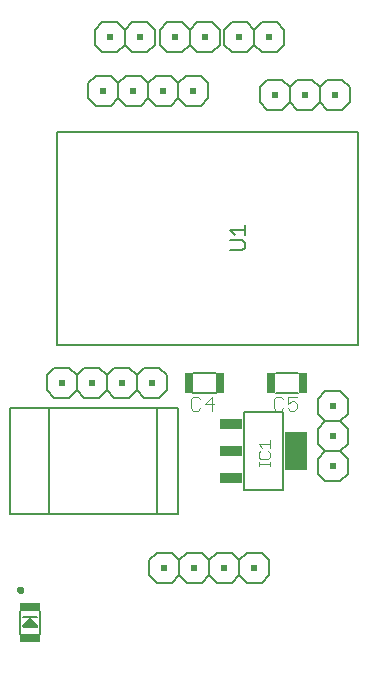
<source format=gbr>
G04 EAGLE Gerber RS-274X export*
G75*
%MOMM*%
%FSLAX34Y34*%
%LPD*%
%INSilkscreen Top*%
%IPPOS*%
%AMOC8*
5,1,8,0,0,1.08239X$1,22.5*%
G01*
%ADD10R,0.118400X0.118381*%
%ADD11R,0.236800X0.118375*%
%ADD12R,0.236800X0.118381*%
%ADD13R,0.947100X0.118381*%
%ADD14R,0.828700X0.118375*%
%ADD15R,0.355200X0.118381*%
%ADD16R,0.591900X0.118375*%
%ADD17R,0.236700X0.118381*%
%ADD18R,0.236700X0.118375*%
%ADD19R,0.118400X0.118375*%
%ADD20R,0.710300X0.118375*%
%ADD21R,0.473600X0.118381*%
%ADD22R,0.355100X0.118375*%
%ADD23R,0.355100X0.118381*%
%ADD24R,0.947100X0.118375*%
%ADD25R,0.355200X0.118375*%
%ADD26R,0.710300X0.118381*%
%ADD27R,0.947000X0.118375*%
%ADD28R,1.302200X0.118375*%
%ADD29R,1.183800X0.118381*%
%ADD30R,0.591800X0.118375*%
%ADD31R,0.591800X0.118381*%
%ADD32R,0.828700X0.118381*%
%ADD33R,0.591900X0.118381*%
%ADD34R,0.473500X0.118381*%
%ADD35R,1.302200X0.118381*%
%ADD36R,1.065400X0.118381*%
%ADD37R,0.473500X0.118375*%
%ADD38R,0.710200X0.118375*%
%ADD39R,0.828600X0.118375*%
%ADD40R,0.828600X0.118381*%
%ADD41R,1.183900X0.118375*%
%ADD42R,1.183800X0.118375*%
%ADD43R,1.065400X0.118375*%
%ADD44R,0.592000X0.118381*%
%ADD45R,1.065500X0.118375*%
%ADD46R,1.065500X0.118381*%
%ADD47R,0.118300X0.118381*%
%ADD48R,0.118300X0.118375*%
%ADD49R,0.710200X0.118381*%
%ADD50R,2.722800X0.118381*%
%ADD51R,2.959500X0.118375*%
%ADD52R,2.959500X0.118381*%
%ADD53R,1.420600X0.118375*%
%ADD54R,0.473600X0.118375*%
%ADD55R,0.947000X0.118381*%
%ADD56C,0.127000*%
%ADD57C,0.177800*%
%ADD58C,0.203200*%
%ADD59R,1.854200X3.200400*%
%ADD60R,1.854200X0.863600*%
%ADD61C,0.076200*%
%ADD62C,0.152400*%
%ADD63R,0.736600X1.752600*%
%ADD64C,0.101600*%
%ADD65R,1.752600X0.736600*%
%ADD66C,0.304800*%
%ADD67R,0.508000X0.508000*%

G36*
X191064Y395377D02*
X191064Y395377D01*
X191129Y395379D01*
X191173Y395397D01*
X191221Y395405D01*
X191277Y395438D01*
X191337Y395463D01*
X191373Y395495D01*
X191414Y395520D01*
X191455Y395570D01*
X191503Y395614D01*
X191525Y395656D01*
X191555Y395694D01*
X191576Y395755D01*
X191606Y395813D01*
X191612Y395861D01*
X191627Y395906D01*
X191625Y395971D01*
X191633Y396036D01*
X191622Y396083D01*
X191621Y396131D01*
X191596Y396191D01*
X191581Y396254D01*
X191551Y396302D01*
X191536Y396338D01*
X191510Y396367D01*
X191482Y396413D01*
X185482Y403413D01*
X185480Y403414D01*
X185479Y403415D01*
X185424Y403460D01*
X185405Y403481D01*
X185387Y403490D01*
X185308Y403555D01*
X185306Y403555D01*
X185305Y403556D01*
X185197Y403592D01*
X185095Y403627D01*
X185094Y403627D01*
X185092Y403628D01*
X184981Y403624D01*
X184871Y403621D01*
X184870Y403620D01*
X184868Y403620D01*
X184766Y403579D01*
X184663Y403537D01*
X184662Y403536D01*
X184660Y403536D01*
X184578Y403464D01*
X184566Y403457D01*
X184557Y403446D01*
X184518Y403413D01*
X178518Y396413D01*
X178486Y396357D01*
X178445Y396306D01*
X178429Y396261D01*
X178405Y396219D01*
X178394Y396155D01*
X178373Y396094D01*
X178374Y396046D01*
X178366Y395998D01*
X178377Y395934D01*
X178379Y395869D01*
X178397Y395825D01*
X178406Y395778D01*
X178439Y395722D01*
X178464Y395662D01*
X178496Y395626D01*
X178521Y395585D01*
X178571Y395544D01*
X178615Y395496D01*
X178658Y395474D01*
X178695Y395444D01*
X178757Y395423D01*
X178815Y395393D01*
X178870Y395385D01*
X178908Y395372D01*
X178947Y395374D01*
X179000Y395366D01*
X191000Y395366D01*
X191064Y395377D01*
G37*
D10*
X205857Y364486D03*
D11*
X205265Y365670D03*
D12*
X205265Y366853D03*
D10*
X205857Y368037D03*
D11*
X205265Y369221D03*
D13*
X201713Y370405D03*
D14*
X201121Y371589D03*
D15*
X203489Y373956D03*
D16*
X203489Y375140D03*
D17*
X201713Y376324D03*
D10*
X205857Y376324D03*
D11*
X198162Y377508D03*
D18*
X201713Y377508D03*
D19*
X205857Y377508D03*
D12*
X198162Y378691D03*
D17*
X201713Y378691D03*
D10*
X205857Y378691D03*
D12*
X198162Y379875D03*
D17*
X201713Y379875D03*
D12*
X205265Y379875D03*
D11*
X198162Y381059D03*
D19*
X205857Y381059D03*
D13*
X201713Y382243D03*
D20*
X201713Y383427D03*
D11*
X205265Y386978D03*
D21*
X204081Y388162D03*
D22*
X202305Y389346D03*
D23*
X201121Y390529D03*
D12*
X199346Y391713D03*
D24*
X201713Y392897D03*
D13*
X201713Y394081D03*
D25*
X203489Y395265D03*
D12*
X202897Y396448D03*
D23*
X201121Y397632D03*
D22*
X199937Y398816D03*
D13*
X201713Y400000D03*
D24*
X201713Y401184D03*
D20*
X201713Y404735D03*
D13*
X201713Y405919D03*
D11*
X198162Y407103D03*
X205265Y407103D03*
D12*
X198162Y408286D03*
D10*
X205857Y408286D03*
D12*
X198162Y409470D03*
X205265Y409470D03*
D11*
X198162Y410654D03*
D19*
X205857Y410654D03*
D12*
X198162Y411838D03*
X205265Y411838D03*
D24*
X201713Y413022D03*
D26*
X201713Y414205D03*
X205264Y417757D03*
D27*
X205265Y418941D03*
D17*
X201713Y420124D03*
X208816Y420124D03*
X201713Y421308D03*
X208816Y421308D03*
D18*
X201713Y422492D03*
X208816Y422492D03*
D17*
X201713Y423676D03*
X208816Y423676D03*
D18*
X201713Y424860D03*
X208816Y424860D03*
D17*
X201713Y426043D03*
X208816Y426043D03*
X208816Y427227D03*
D28*
X203489Y428411D03*
D29*
X202897Y429595D03*
D12*
X259720Y433146D03*
D10*
X267414Y433146D03*
D22*
X260311Y434330D03*
D18*
X266822Y434330D03*
D23*
X261495Y435514D03*
X266230Y435514D03*
D30*
X263863Y436698D03*
D15*
X263863Y437881D03*
D31*
X263863Y439065D03*
D22*
X261495Y440249D03*
X266230Y440249D03*
D23*
X260311Y441433D03*
D17*
X266822Y441433D03*
D19*
X259128Y442617D03*
X267414Y442617D03*
X259128Y446168D03*
D20*
X268006Y446168D03*
D12*
X259720Y447352D03*
D32*
X267414Y447352D03*
D22*
X260311Y448536D03*
D11*
X264455Y448536D03*
X270374Y448536D03*
D33*
X262679Y449719D03*
D12*
X270374Y449719D03*
D34*
X263271Y450903D03*
D12*
X270374Y450903D03*
D25*
X263863Y452087D03*
D11*
X270374Y452087D03*
D12*
X264455Y453271D03*
X270374Y453271D03*
D11*
X264455Y454455D03*
X270374Y454455D03*
D12*
X270374Y455638D03*
D35*
X265047Y456822D03*
D28*
X265047Y458006D03*
D11*
X304704Y463925D03*
D19*
X312399Y463925D03*
D14*
X336074Y463925D03*
D15*
X305296Y465109D03*
D12*
X311807Y465109D03*
D36*
X336075Y465109D03*
D17*
X367445Y465109D03*
D25*
X306480Y466293D03*
X311215Y466293D03*
D22*
X331339Y466293D03*
D11*
X341402Y466293D03*
D37*
X366261Y466293D03*
D33*
X308847Y467476D03*
D17*
X330747Y467476D03*
D12*
X341402Y467476D03*
D31*
X364486Y467476D03*
D23*
X308847Y468660D03*
D17*
X330747Y468660D03*
D12*
X341402Y468660D03*
D33*
X362118Y468660D03*
D16*
X308847Y469844D03*
D18*
X330747Y469844D03*
D11*
X341402Y469844D03*
D16*
X359750Y469844D03*
D15*
X306480Y471028D03*
X311215Y471028D03*
D17*
X330747Y471028D03*
D12*
X341402Y471028D03*
D34*
X357975Y471028D03*
D25*
X305296Y472212D03*
D11*
X311807Y472212D03*
D18*
X330747Y472212D03*
D11*
X341402Y472212D03*
D37*
X357975Y472212D03*
D10*
X304112Y473395D03*
X312399Y473395D03*
D17*
X330747Y473395D03*
D12*
X341402Y473395D03*
D34*
X360342Y473395D03*
D35*
X336075Y474579D03*
D34*
X362710Y474579D03*
D11*
X315358Y475763D03*
D28*
X336075Y475763D03*
D16*
X365669Y475763D03*
D12*
X315358Y476947D03*
D23*
X366853Y476947D03*
D11*
X315358Y478131D03*
D19*
X368037Y478131D03*
D12*
X315358Y479314D03*
D35*
X310031Y480498D03*
X336075Y480498D03*
D33*
X359750Y480498D03*
D28*
X310031Y481682D03*
X336075Y481682D03*
D38*
X359159Y481682D03*
D18*
X367445Y481682D03*
D12*
X315358Y482866D03*
D23*
X332523Y482866D03*
D17*
X356791Y482866D03*
D23*
X362118Y482866D03*
D17*
X367445Y482866D03*
D11*
X315358Y484050D03*
D25*
X333707Y484050D03*
D18*
X356791Y484050D03*
X362710Y484050D03*
X367445Y484050D03*
D12*
X315358Y485233D03*
X335483Y485233D03*
D17*
X356791Y485233D03*
D23*
X362118Y485233D03*
D17*
X367445Y485233D03*
D12*
X315358Y486417D03*
D17*
X336666Y486417D03*
X356791Y486417D03*
X362710Y486417D03*
X367445Y486417D03*
D19*
X315950Y487601D03*
D18*
X337850Y487601D03*
X356791Y487601D03*
X362710Y487601D03*
X367445Y487601D03*
D12*
X339034Y488785D03*
D17*
X356791Y488785D03*
X362710Y488785D03*
X367445Y488785D03*
D25*
X339626Y489969D03*
D18*
X356791Y489969D03*
D38*
X365078Y489969D03*
D35*
X336075Y491152D03*
D17*
X356791Y491152D03*
D33*
X365669Y491152D03*
D35*
X336075Y492336D03*
D39*
X333707Y495888D03*
D11*
X341402Y495888D03*
D40*
X333707Y497071D03*
D12*
X341402Y497071D03*
D17*
X330747Y498255D03*
D23*
X336074Y498255D03*
D12*
X341402Y498255D03*
D18*
X330747Y499439D03*
D22*
X336074Y499439D03*
D11*
X341402Y499439D03*
D17*
X330747Y500623D03*
D23*
X336074Y500623D03*
D12*
X341402Y500623D03*
D18*
X330747Y501807D03*
X336666Y501807D03*
D11*
X341402Y501807D03*
X417165Y501807D03*
D22*
X427227Y501807D03*
D41*
X438473Y501807D03*
D42*
X452679Y501807D03*
D17*
X330747Y502990D03*
D23*
X336074Y502990D03*
D12*
X341402Y502990D03*
X417165Y502990D03*
D23*
X426043Y502990D03*
D35*
X437882Y502990D03*
X453271Y502990D03*
D17*
X330747Y504174D03*
D12*
X341402Y504174D03*
X417165Y504174D03*
D15*
X424860Y504174D03*
D17*
X432554Y504174D03*
D12*
X443209Y504174D03*
X447944Y504174D03*
X458598Y504174D03*
D18*
X330747Y505358D03*
D11*
X341402Y505358D03*
X417165Y505358D03*
D25*
X423676Y505358D03*
D18*
X432554Y505358D03*
D11*
X443209Y505358D03*
X447944Y505358D03*
X458598Y505358D03*
D35*
X336075Y506542D03*
D12*
X417165Y506542D03*
D40*
X423676Y506542D03*
D17*
X432554Y506542D03*
D12*
X443209Y506542D03*
X447944Y506542D03*
D23*
X458006Y506542D03*
D43*
X336075Y507726D03*
D11*
X417165Y507726D03*
D27*
X424268Y507726D03*
D18*
X432554Y507726D03*
D14*
X440249Y507726D03*
D11*
X447944Y507726D03*
D14*
X454454Y507726D03*
D12*
X417165Y508909D03*
D17*
X427819Y508909D03*
X432554Y508909D03*
D26*
X439657Y508909D03*
D12*
X447944Y508909D03*
D32*
X454454Y508909D03*
D12*
X417165Y510093D03*
D17*
X427819Y510093D03*
X432554Y510093D03*
D12*
X447944Y510093D03*
D17*
X457414Y510093D03*
D11*
X417165Y511277D03*
D18*
X427819Y511277D03*
X432554Y511277D03*
D11*
X447944Y511277D03*
D22*
X458006Y511277D03*
D35*
X422492Y512461D03*
X437882Y512461D03*
D29*
X452679Y512461D03*
D28*
X422492Y513645D03*
D41*
X438473Y513645D03*
D42*
X452679Y513645D03*
D26*
X210000Y579937D03*
D23*
X217694Y579937D03*
D33*
X237819Y579937D03*
D10*
X287539Y579937D03*
D26*
X210000Y581121D03*
D12*
X217103Y581121D03*
D26*
X236043Y581121D03*
D12*
X286947Y581121D03*
D19*
X212960Y582305D03*
X216511Y582305D03*
D11*
X233676Y582305D03*
D20*
X262087Y582305D03*
X286947Y582305D03*
D33*
X210592Y583489D03*
D10*
X216511Y583489D03*
D33*
X236635Y583489D03*
D26*
X262087Y583489D03*
X286947Y583489D03*
D20*
X208816Y584673D03*
D19*
X216511Y584673D03*
D20*
X237227Y584673D03*
D11*
X286947Y584673D03*
D12*
X206449Y585856D03*
D10*
X216511Y585856D03*
X240187Y585856D03*
D12*
X286947Y585856D03*
X206449Y587040D03*
D10*
X216511Y587040D03*
X240187Y587040D03*
D11*
X180405Y588224D03*
D25*
X186916Y588224D03*
D20*
X210000Y588224D03*
D19*
X216511Y588224D03*
D14*
X236635Y588224D03*
D12*
X180405Y589408D03*
D44*
X186916Y589408D03*
D11*
X180405Y590592D03*
D19*
X184548Y590592D03*
X189284Y590592D03*
D12*
X180405Y591775D03*
D10*
X184548Y591775D03*
X189284Y591775D03*
D12*
X180405Y592959D03*
D10*
X184548Y592959D03*
D12*
X188692Y592959D03*
D11*
X180405Y594143D03*
D19*
X184548Y594143D03*
X189284Y594143D03*
D12*
X180405Y595327D03*
D17*
X183956Y595327D03*
D12*
X188692Y595327D03*
D16*
X182180Y596511D03*
D19*
X189284Y596511D03*
D22*
X184548Y605981D03*
D17*
X182772Y607165D03*
D12*
X186324Y607165D03*
D19*
X179813Y608349D03*
D18*
X182772Y608349D03*
D11*
X186324Y608349D03*
D10*
X179813Y609532D03*
D17*
X182772Y609532D03*
D12*
X186324Y609532D03*
D10*
X179813Y610716D03*
D17*
X182772Y610716D03*
D12*
X186324Y610716D03*
D11*
X180405Y611900D03*
X186324Y611900D03*
D33*
X183364Y613084D03*
D26*
X182772Y616635D03*
D11*
X180405Y617819D03*
X186324Y617819D03*
D12*
X180405Y619003D03*
X186324Y619003D03*
D11*
X180405Y620187D03*
X186324Y620187D03*
D12*
X180405Y621370D03*
X186324Y621370D03*
X180405Y622554D03*
D43*
X185732Y623738D03*
D33*
X183364Y627289D03*
D12*
X180405Y628473D03*
X186324Y628473D03*
D11*
X180405Y629657D03*
X186324Y629657D03*
D12*
X180405Y630841D03*
X186324Y630841D03*
D11*
X180405Y632025D03*
X186324Y632025D03*
D12*
X180405Y633208D03*
X186324Y633208D03*
D26*
X182772Y634392D03*
D12*
X186324Y636760D03*
D11*
X186324Y637944D03*
D12*
X186324Y639127D03*
X186324Y640311D03*
D11*
X186324Y641495D03*
D26*
X182772Y642679D03*
D21*
X186324Y645046D03*
D26*
X186324Y646230D03*
D18*
X182772Y647414D03*
D11*
X188692Y647414D03*
D17*
X182772Y648598D03*
D10*
X189284Y648598D03*
D18*
X182772Y649782D03*
D11*
X188692Y649782D03*
D17*
X182772Y650965D03*
D12*
X188692Y650965D03*
D17*
X182772Y652149D03*
D12*
X188692Y652149D03*
D45*
X184548Y653333D03*
D13*
X183956Y654517D03*
D11*
X429003Y677009D03*
D33*
X428411Y678193D03*
D14*
X427227Y679377D03*
D10*
X417757Y680560D03*
D12*
X424268Y680560D03*
X430187Y680560D03*
X417165Y681744D03*
X424268Y681744D03*
X430187Y681744D03*
D11*
X417165Y682928D03*
D25*
X423676Y682928D03*
D11*
X430187Y682928D03*
D12*
X417165Y684112D03*
X424268Y684112D03*
X430187Y684112D03*
D11*
X417165Y685296D03*
X424268Y685296D03*
X430187Y685296D03*
D12*
X417165Y686479D03*
X424268Y686479D03*
X430187Y686479D03*
X417165Y687663D03*
D15*
X423676Y687663D03*
D12*
X430187Y687663D03*
D11*
X417165Y688847D03*
X424268Y688847D03*
X430187Y688847D03*
D12*
X417165Y690031D03*
D15*
X423676Y690031D03*
D11*
X417165Y691215D03*
D37*
X421900Y691215D03*
D26*
X419532Y692398D03*
D34*
X418348Y693582D03*
D19*
X416573Y694766D03*
D22*
X428411Y694766D03*
D32*
X427227Y695950D03*
D45*
X426043Y697134D03*
D26*
X421900Y698317D03*
D12*
X430187Y698317D03*
D23*
X418940Y699501D03*
D15*
X423676Y699501D03*
D12*
X430187Y699501D03*
D25*
X417757Y700685D03*
D11*
X424268Y700685D03*
X430187Y700685D03*
D12*
X417165Y701869D03*
D15*
X423676Y701869D03*
D12*
X430187Y701869D03*
D11*
X417165Y703053D03*
D25*
X423676Y703053D03*
D11*
X430187Y703053D03*
D12*
X417165Y704236D03*
X424268Y704236D03*
X430187Y704236D03*
X417165Y705420D03*
D15*
X423676Y705420D03*
D12*
X430187Y705420D03*
D11*
X417165Y706604D03*
X424268Y706604D03*
D19*
X429595Y706604D03*
D12*
X417165Y707788D03*
D15*
X423676Y707788D03*
D11*
X417165Y708972D03*
D12*
X417165Y710155D03*
D10*
X416573Y711339D03*
D23*
X428411Y717258D03*
D14*
X427227Y718442D03*
D13*
X426635Y719626D03*
D25*
X422492Y720810D03*
D11*
X430187Y720810D03*
D12*
X421900Y721993D03*
X430187Y721993D03*
D23*
X421308Y723177D03*
D12*
X430187Y723177D03*
D22*
X421308Y724361D03*
D11*
X430187Y724361D03*
D23*
X421308Y725545D03*
D12*
X430187Y725545D03*
D22*
X421308Y726729D03*
D11*
X430187Y726729D03*
D23*
X421308Y727912D03*
D12*
X430187Y727912D03*
D23*
X421308Y729096D03*
D15*
X429595Y729096D03*
D18*
X420716Y730280D03*
D37*
X427819Y730280D03*
D26*
X425451Y731464D03*
D14*
X422492Y732648D03*
D26*
X419532Y733831D03*
D15*
X417757Y735015D03*
D11*
X430187Y736199D03*
D12*
X421900Y737383D03*
X430187Y737383D03*
D16*
X421308Y738567D03*
D11*
X430187Y738567D03*
D32*
X421308Y739750D03*
D12*
X430187Y739750D03*
D15*
X417757Y740934D03*
X423676Y740934D03*
D12*
X430187Y740934D03*
D11*
X417165Y742118D03*
D25*
X423676Y742118D03*
D11*
X430187Y742118D03*
D12*
X417165Y743302D03*
D15*
X423676Y743302D03*
D12*
X430187Y743302D03*
D11*
X417165Y744486D03*
X424268Y744486D03*
X430187Y744486D03*
D12*
X417165Y745669D03*
X424268Y745669D03*
X430187Y745669D03*
X417165Y746853D03*
D15*
X423676Y746853D03*
D12*
X430187Y746853D03*
D11*
X417165Y748037D03*
D25*
X423676Y748037D03*
D11*
X429003Y748037D03*
D12*
X417165Y749221D03*
D26*
X426635Y749221D03*
D11*
X417165Y750405D03*
D37*
X425451Y750405D03*
D12*
X417165Y751588D03*
D10*
X430779Y751588D03*
D12*
X417165Y752772D03*
X430187Y752772D03*
D19*
X416573Y753956D03*
D11*
X430187Y753956D03*
D10*
X424860Y755140D03*
D12*
X430187Y755140D03*
D11*
X417165Y756324D03*
X424268Y756324D03*
X430187Y756324D03*
D12*
X417165Y757507D03*
D15*
X423676Y757507D03*
D12*
X430187Y757507D03*
X417165Y758691D03*
X424268Y758691D03*
X430187Y758691D03*
D11*
X417165Y759875D03*
X424268Y759875D03*
X430187Y759875D03*
D12*
X417165Y761059D03*
X424268Y761059D03*
X430187Y761059D03*
D11*
X417165Y762243D03*
D25*
X423676Y762243D03*
D11*
X430187Y762243D03*
D12*
X417165Y763426D03*
D15*
X423676Y763426D03*
D12*
X430187Y763426D03*
X417165Y764610D03*
D33*
X428411Y764610D03*
D11*
X417165Y765794D03*
D14*
X426043Y765794D03*
D46*
X421308Y766978D03*
D20*
X419532Y768162D03*
D12*
X418349Y769345D03*
D29*
X182773Y778816D03*
D42*
X182773Y780000D03*
D12*
X187508Y781183D03*
D10*
X186916Y782367D03*
D17*
X183956Y788286D03*
D37*
X183956Y789470D03*
D10*
X182181Y790654D03*
X185732Y790654D03*
D37*
X180405Y791838D03*
D19*
X185732Y791838D03*
D34*
X180405Y793021D03*
D10*
X185732Y793021D03*
D17*
X179221Y794205D03*
D10*
X182181Y794205D03*
X185732Y794205D03*
D18*
X179221Y795389D03*
D11*
X185140Y795389D03*
D26*
X182772Y796573D03*
D33*
X182180Y800124D03*
D39*
X182181Y801308D03*
D17*
X179221Y802492D03*
D10*
X185732Y802492D03*
D18*
X179221Y803676D03*
D19*
X185732Y803676D03*
D17*
X179221Y804859D03*
D10*
X185732Y804859D03*
D17*
X179221Y806043D03*
D10*
X185732Y806043D03*
D42*
X183957Y807227D03*
D46*
X184548Y808411D03*
D33*
X182180Y811962D03*
D39*
X182181Y813146D03*
D17*
X179221Y814330D03*
D10*
X185732Y814330D03*
D18*
X179221Y815514D03*
D19*
X185732Y815514D03*
D17*
X179221Y816697D03*
D10*
X185732Y816697D03*
D17*
X179221Y817881D03*
D10*
X185732Y817881D03*
D18*
X179221Y819065D03*
D11*
X185140Y819065D03*
D26*
X182772Y820249D03*
D10*
X185732Y823800D03*
D19*
X185732Y824984D03*
D10*
X185732Y826168D03*
D40*
X392897Y826168D03*
D10*
X400000Y826168D03*
D47*
X439065Y826168D03*
D17*
X449127Y826168D03*
D19*
X185732Y827352D03*
D48*
X297009Y827352D03*
D14*
X304112Y827352D03*
D48*
X319501Y827352D03*
D20*
X326012Y827352D03*
D19*
X389346Y827352D03*
D11*
X400592Y827352D03*
D48*
X439065Y827352D03*
D18*
X449127Y827352D03*
D40*
X182181Y828535D03*
D47*
X297009Y828535D03*
D10*
X300561Y828535D03*
D47*
X319501Y828535D03*
D12*
X328380Y828535D03*
D10*
X389346Y828535D03*
X401184Y828535D03*
D47*
X439065Y828535D03*
D17*
X449127Y828535D03*
D49*
X181589Y829719D03*
D17*
X249065Y829719D03*
D47*
X297009Y829719D03*
D10*
X300561Y829719D03*
D47*
X319501Y829719D03*
D10*
X328972Y829719D03*
D26*
X392305Y829719D03*
D17*
X401775Y829719D03*
D47*
X439065Y829719D03*
D40*
X446168Y829719D03*
D18*
X249065Y830903D03*
D48*
X297009Y830903D03*
D20*
X303520Y830903D03*
D48*
X319501Y830903D03*
D20*
X326012Y830903D03*
D16*
X392897Y830903D03*
D18*
X402959Y830903D03*
D20*
X418348Y830903D03*
D48*
X439065Y830903D03*
D39*
X446168Y830903D03*
D34*
X185140Y832087D03*
D26*
X249065Y832087D03*
X273925Y832087D03*
D47*
X297009Y832087D03*
D26*
X304704Y832087D03*
D47*
X319501Y832087D03*
D26*
X326012Y832087D03*
D17*
X395856Y832087D03*
X402959Y832087D03*
D32*
X418940Y832087D03*
D47*
X439065Y832087D03*
D10*
X442617Y832087D03*
D17*
X449127Y832087D03*
D20*
X185140Y833271D03*
D19*
X215327Y833271D03*
D20*
X249065Y833271D03*
X273925Y833271D03*
D48*
X297009Y833271D03*
D11*
X307072Y833271D03*
D48*
X319501Y833271D03*
D19*
X328972Y833271D03*
D38*
X393489Y833271D03*
D20*
X401775Y833271D03*
D18*
X438473Y833271D03*
D19*
X442617Y833271D03*
D18*
X449127Y833271D03*
D10*
X182181Y834454D03*
D12*
X188692Y834454D03*
D15*
X216511Y834454D03*
D17*
X249065Y834454D03*
X296417Y834454D03*
D26*
X304704Y834454D03*
D17*
X318909Y834454D03*
D26*
X326012Y834454D03*
D33*
X391713Y834454D03*
D32*
X401183Y834454D03*
D23*
X437881Y834454D03*
D10*
X442617Y834454D03*
D17*
X449127Y834454D03*
D12*
X181589Y835638D03*
X188692Y835638D03*
D33*
X217694Y835638D03*
D17*
X249065Y835638D03*
D23*
X295825Y835638D03*
D33*
X302928Y835638D03*
D23*
X318317Y835638D03*
D33*
X325420Y835638D03*
D11*
X181589Y836822D03*
X188692Y836822D03*
D14*
X218878Y836822D03*
D12*
X181589Y838006D03*
X188692Y838006D03*
D50*
X211776Y838006D03*
D11*
X181589Y839190D03*
X188692Y839190D03*
D51*
X212959Y839190D03*
D12*
X188692Y840373D03*
D52*
X212959Y840373D03*
D29*
X183957Y841557D03*
D50*
X211776Y841557D03*
D43*
X183365Y842741D03*
D14*
X218878Y842741D03*
D33*
X217694Y843925D03*
D25*
X216511Y845109D03*
D10*
X215327Y846292D03*
D17*
X344953Y864049D03*
X344953Y865233D03*
D12*
X382835Y865233D03*
D18*
X344953Y866417D03*
D11*
X382835Y866417D03*
D35*
X252025Y867601D03*
D36*
X266231Y867601D03*
X279252Y867601D03*
D10*
X292274Y867601D03*
D12*
X299969Y867601D03*
D32*
X320685Y867601D03*
D12*
X328380Y867601D03*
X335483Y867601D03*
X340218Y867601D03*
D17*
X344953Y867601D03*
D33*
X350280Y867601D03*
D32*
X360934Y867601D03*
D15*
X377508Y867601D03*
D12*
X382835Y867601D03*
D29*
X392305Y867601D03*
D42*
X251433Y868785D03*
D43*
X266231Y868785D03*
D42*
X279844Y868785D03*
D37*
X291682Y868785D03*
D11*
X299969Y868785D03*
D24*
X320093Y868785D03*
D11*
X328380Y868785D03*
X335483Y868785D03*
X340218Y868785D03*
D18*
X344953Y868785D03*
D20*
X350872Y868785D03*
D24*
X361526Y868785D03*
D25*
X377508Y868785D03*
D11*
X382835Y868785D03*
D42*
X392305Y868785D03*
D12*
X246698Y869968D03*
D17*
X260903Y869968D03*
D12*
X275109Y869968D03*
D23*
X285171Y869968D03*
D34*
X291682Y869968D03*
D12*
X299969Y869968D03*
X315358Y869968D03*
X323645Y869968D03*
X328380Y869968D03*
X335483Y869968D03*
X340218Y869968D03*
D17*
X344953Y869968D03*
D12*
X353240Y869968D03*
X365078Y869968D03*
D15*
X377508Y869968D03*
D12*
X382835Y869968D03*
X387570Y869968D03*
X246698Y871152D03*
D17*
X260903Y871152D03*
D12*
X275109Y871152D03*
X285763Y871152D03*
D34*
X291682Y871152D03*
D12*
X299969Y871152D03*
D32*
X306479Y871152D03*
D12*
X315358Y871152D03*
X323645Y871152D03*
X328380Y871152D03*
D10*
X334891Y871152D03*
D12*
X340218Y871152D03*
D17*
X344953Y871152D03*
D12*
X353240Y871152D03*
X365078Y871152D03*
D15*
X377508Y871152D03*
D12*
X382835Y871152D03*
X387570Y871152D03*
D11*
X246698Y872336D03*
D18*
X260903Y872336D03*
D11*
X275109Y872336D03*
X285763Y872336D03*
D37*
X291682Y872336D03*
D11*
X299969Y872336D03*
D24*
X307071Y872336D03*
D11*
X315358Y872336D03*
X323645Y872336D03*
X328380Y872336D03*
X335483Y872336D03*
X340218Y872336D03*
D18*
X344953Y872336D03*
D11*
X353240Y872336D03*
D24*
X361526Y872336D03*
D25*
X377508Y872336D03*
D11*
X382835Y872336D03*
X387570Y872336D03*
D12*
X246698Y873520D03*
D17*
X260903Y873520D03*
D26*
X266822Y873520D03*
D12*
X275109Y873520D03*
X285763Y873520D03*
D34*
X291682Y873520D03*
D12*
X299969Y873520D03*
X310623Y873520D03*
X315358Y873520D03*
X323645Y873520D03*
X328380Y873520D03*
D10*
X334891Y873520D03*
D12*
X340218Y873520D03*
D17*
X344953Y873520D03*
D12*
X353240Y873520D03*
D26*
X360342Y873520D03*
D15*
X377508Y873520D03*
D12*
X382835Y873520D03*
D36*
X391713Y873520D03*
D11*
X246698Y874704D03*
D18*
X260903Y874704D03*
D20*
X266822Y874704D03*
D11*
X275109Y874704D03*
X285763Y874704D03*
D37*
X291682Y874704D03*
D11*
X299969Y874704D03*
X310623Y874704D03*
X315358Y874704D03*
X323645Y874704D03*
D53*
X334299Y874704D03*
D43*
X349097Y874704D03*
D14*
X360934Y874704D03*
D25*
X377508Y874704D03*
D11*
X382835Y874704D03*
D27*
X393489Y874704D03*
D12*
X246698Y875887D03*
D17*
X260903Y875887D03*
D12*
X275109Y875887D03*
X285763Y875887D03*
D34*
X291682Y875887D03*
D12*
X299969Y875887D03*
X310623Y875887D03*
X315358Y875887D03*
X323645Y875887D03*
D35*
X333707Y875887D03*
D13*
X349688Y875887D03*
D32*
X360934Y875887D03*
D15*
X377508Y875887D03*
D12*
X382835Y875887D03*
D17*
X397040Y875887D03*
D12*
X246698Y877071D03*
D17*
X260903Y877071D03*
D12*
X275109Y877071D03*
X285763Y877071D03*
D34*
X291682Y877071D03*
D12*
X299969Y877071D03*
X310623Y877071D03*
D15*
X377508Y877071D03*
D12*
X382835Y877071D03*
D17*
X397040Y877071D03*
D11*
X246698Y878255D03*
D42*
X265639Y878255D03*
X279844Y878255D03*
D37*
X291682Y878255D03*
D28*
X305296Y878255D03*
D54*
X376916Y878255D03*
D11*
X382835Y878255D03*
D43*
X392897Y878255D03*
D12*
X246698Y879439D03*
D29*
X265639Y879439D03*
D36*
X279252Y879439D03*
D34*
X291682Y879439D03*
D36*
X305296Y879439D03*
D15*
X376324Y879439D03*
D12*
X382835Y879439D03*
D55*
X392305Y879439D03*
D37*
X291682Y880623D03*
X346137Y880623D03*
D11*
X382835Y880623D03*
D34*
X291682Y881806D03*
X346137Y881806D03*
D12*
X382835Y881806D03*
D34*
X291682Y882990D03*
X346137Y882990D03*
D37*
X291682Y884174D03*
X346137Y884174D03*
D34*
X291682Y885358D03*
X346137Y885358D03*
D37*
X291682Y886542D03*
X346137Y886542D03*
D34*
X291682Y887725D03*
X346137Y887725D03*
X291682Y888909D03*
X346137Y888909D03*
D37*
X291682Y890093D03*
X346137Y890093D03*
D34*
X291682Y891277D03*
X346137Y891277D03*
D37*
X291682Y892461D03*
X346137Y892461D03*
D34*
X291682Y893644D03*
X346137Y893644D03*
X291682Y894828D03*
X346137Y894828D03*
D37*
X291682Y896012D03*
X346137Y896012D03*
D34*
X291682Y897196D03*
X346137Y897196D03*
D37*
X291682Y898380D03*
X346137Y898380D03*
D34*
X291682Y899563D03*
X346137Y899563D03*
X291682Y900747D03*
X346137Y900747D03*
D37*
X291682Y901931D03*
X346137Y901931D03*
D34*
X291682Y903115D03*
X346137Y903115D03*
D37*
X291682Y904299D03*
X346137Y904299D03*
D34*
X291682Y905482D03*
X346137Y905482D03*
X291682Y906666D03*
X346137Y906666D03*
D37*
X291682Y907850D03*
X346137Y907850D03*
D34*
X291682Y909034D03*
X346137Y909034D03*
D37*
X291682Y910218D03*
X346137Y910218D03*
D34*
X291682Y911401D03*
X346137Y911401D03*
X291682Y912585D03*
X346137Y912585D03*
D56*
X462500Y815000D02*
X462500Y635000D01*
X207500Y635000D01*
X207500Y815000D01*
X462500Y815000D01*
D57*
X364647Y714889D02*
X354266Y714889D01*
X364647Y714889D02*
X366723Y716965D01*
X366723Y721117D01*
X364647Y723193D01*
X354266Y723193D01*
X358419Y727986D02*
X354266Y732138D01*
X366723Y732138D01*
X366723Y727986D02*
X366723Y736291D01*
D58*
X365990Y512234D02*
X399010Y512234D01*
X365990Y512234D02*
X365990Y577766D01*
X399010Y577766D01*
X399010Y512234D01*
D59*
X409805Y545000D03*
D60*
X355195Y545000D03*
X355195Y568114D03*
X355195Y521886D03*
D59*
X409805Y545000D03*
D60*
X355195Y545000D03*
X355195Y568114D03*
X355195Y521886D03*
D61*
X387864Y532189D02*
X387864Y535324D01*
X387864Y533756D02*
X378458Y533756D01*
X378458Y532189D02*
X378458Y535324D01*
X378458Y543129D02*
X380026Y544696D01*
X378458Y543129D02*
X378458Y539993D01*
X380026Y538426D01*
X386296Y538426D01*
X387864Y539993D01*
X387864Y543129D01*
X386296Y544696D01*
X381593Y547781D02*
X378458Y550916D01*
X387864Y550916D01*
X387864Y547781D02*
X387864Y554051D01*
D62*
X342152Y610628D02*
X322975Y610628D01*
X322975Y594372D02*
X342152Y594372D01*
D63*
X345708Y602500D03*
X319292Y602500D03*
D64*
X327161Y590852D02*
X329110Y588903D01*
X327161Y590852D02*
X323263Y590852D01*
X321314Y588903D01*
X321314Y581107D01*
X323263Y579158D01*
X327161Y579158D01*
X329110Y581107D01*
X338855Y579158D02*
X338855Y590852D01*
X333008Y585005D01*
X340804Y585005D01*
D62*
X392975Y610628D02*
X412152Y610628D01*
X412152Y594372D02*
X392975Y594372D01*
D63*
X415708Y602500D03*
X389292Y602500D03*
D64*
X397161Y590852D02*
X399110Y588903D01*
X397161Y590852D02*
X393263Y590852D01*
X391314Y588903D01*
X391314Y581107D01*
X393263Y579158D01*
X397161Y579158D01*
X399110Y581107D01*
X403008Y590852D02*
X410804Y590852D01*
X403008Y590852D02*
X403008Y585005D01*
X406906Y586954D01*
X408855Y586954D01*
X410804Y585005D01*
X410804Y581107D01*
X408855Y579158D01*
X404957Y579158D01*
X403008Y581107D01*
D62*
X193128Y409525D02*
X193128Y390348D01*
X176872Y390348D02*
X176872Y409525D01*
D65*
X185000Y386792D03*
X185000Y413208D03*
D56*
X179000Y404000D02*
X191000Y404000D01*
D66*
X175586Y427000D02*
X175588Y427075D01*
X175594Y427149D01*
X175604Y427223D01*
X175617Y427296D01*
X175635Y427369D01*
X175656Y427440D01*
X175681Y427511D01*
X175710Y427580D01*
X175743Y427647D01*
X175779Y427712D01*
X175818Y427776D01*
X175860Y427837D01*
X175906Y427896D01*
X175955Y427953D01*
X176007Y428006D01*
X176061Y428057D01*
X176118Y428106D01*
X176178Y428150D01*
X176240Y428192D01*
X176304Y428231D01*
X176370Y428266D01*
X176437Y428297D01*
X176507Y428325D01*
X176577Y428349D01*
X176649Y428370D01*
X176722Y428386D01*
X176795Y428399D01*
X176870Y428408D01*
X176944Y428413D01*
X177019Y428414D01*
X177093Y428411D01*
X177168Y428404D01*
X177241Y428393D01*
X177315Y428379D01*
X177387Y428360D01*
X177458Y428338D01*
X177528Y428312D01*
X177597Y428282D01*
X177663Y428249D01*
X177728Y428212D01*
X177791Y428172D01*
X177852Y428128D01*
X177910Y428082D01*
X177966Y428032D01*
X178019Y427980D01*
X178070Y427925D01*
X178117Y427867D01*
X178161Y427807D01*
X178202Y427744D01*
X178240Y427680D01*
X178274Y427614D01*
X178305Y427545D01*
X178332Y427476D01*
X178355Y427405D01*
X178374Y427333D01*
X178390Y427260D01*
X178402Y427186D01*
X178410Y427112D01*
X178414Y427037D01*
X178414Y426963D01*
X178410Y426888D01*
X178402Y426814D01*
X178390Y426740D01*
X178374Y426667D01*
X178355Y426595D01*
X178332Y426524D01*
X178305Y426455D01*
X178274Y426386D01*
X178240Y426320D01*
X178202Y426256D01*
X178161Y426193D01*
X178117Y426133D01*
X178070Y426075D01*
X178019Y426020D01*
X177966Y425968D01*
X177910Y425918D01*
X177852Y425872D01*
X177791Y425828D01*
X177728Y425788D01*
X177663Y425751D01*
X177597Y425718D01*
X177528Y425688D01*
X177458Y425662D01*
X177387Y425640D01*
X177315Y425621D01*
X177241Y425607D01*
X177168Y425596D01*
X177093Y425589D01*
X177019Y425586D01*
X176944Y425587D01*
X176870Y425592D01*
X176795Y425601D01*
X176722Y425614D01*
X176649Y425630D01*
X176577Y425651D01*
X176507Y425675D01*
X176437Y425703D01*
X176370Y425734D01*
X176304Y425769D01*
X176240Y425808D01*
X176178Y425850D01*
X176118Y425894D01*
X176061Y425943D01*
X176007Y425994D01*
X175955Y426047D01*
X175906Y426104D01*
X175860Y426163D01*
X175818Y426224D01*
X175779Y426288D01*
X175743Y426353D01*
X175710Y426420D01*
X175681Y426489D01*
X175656Y426560D01*
X175635Y426631D01*
X175617Y426704D01*
X175604Y426777D01*
X175594Y426851D01*
X175588Y426925D01*
X175586Y427000D01*
D62*
X336838Y452534D02*
X343188Y458884D01*
X355888Y458884D01*
X362238Y452534D01*
X362238Y439834D01*
X355888Y433484D01*
X343188Y433484D01*
X336838Y439834D01*
X305088Y458884D02*
X292388Y458884D01*
X305088Y458884D02*
X311438Y452534D01*
X311438Y439834D01*
X305088Y433484D01*
X311438Y452534D02*
X317788Y458884D01*
X330488Y458884D01*
X336838Y452534D01*
X336838Y439834D01*
X330488Y433484D01*
X317788Y433484D01*
X311438Y439834D01*
X286038Y439834D02*
X286038Y452534D01*
X292388Y458884D01*
X286038Y439834D02*
X292388Y433484D01*
X305088Y433484D01*
X368588Y458884D02*
X381288Y458884D01*
X387638Y452534D01*
X387638Y439834D01*
X381288Y433484D01*
X362238Y452534D02*
X368588Y458884D01*
X362238Y439834D02*
X368588Y433484D01*
X381288Y433484D01*
D67*
X349538Y446184D03*
X324138Y446184D03*
X298738Y446184D03*
X374938Y446184D03*
D62*
X428616Y525750D02*
X428616Y538450D01*
X434966Y544800D01*
X447666Y544800D01*
X454016Y538450D01*
X434966Y544800D02*
X428616Y551150D01*
X428616Y563850D01*
X434966Y570200D01*
X447666Y570200D01*
X454016Y563850D01*
X454016Y551150D01*
X447666Y544800D01*
X447666Y519400D02*
X434966Y519400D01*
X428616Y525750D01*
X447666Y519400D02*
X454016Y525750D01*
X454016Y538450D01*
X434966Y570200D02*
X428616Y576550D01*
X428616Y589250D01*
X434966Y595600D01*
X447666Y595600D01*
X454016Y589250D01*
X454016Y576550D01*
X447666Y570200D01*
D67*
X441316Y557500D03*
X441316Y532100D03*
X441316Y582900D03*
D62*
X256350Y615200D02*
X250000Y608850D01*
X256350Y615200D02*
X269050Y615200D01*
X275400Y608850D01*
X275400Y596150D01*
X269050Y589800D01*
X256350Y589800D01*
X250000Y596150D01*
X218250Y615200D02*
X205550Y615200D01*
X218250Y615200D02*
X224600Y608850D01*
X224600Y596150D01*
X218250Y589800D01*
X224600Y608850D02*
X230950Y615200D01*
X243650Y615200D01*
X250000Y608850D01*
X250000Y596150D01*
X243650Y589800D01*
X230950Y589800D01*
X224600Y596150D01*
X199200Y596150D02*
X199200Y608850D01*
X205550Y615200D01*
X199200Y596150D02*
X205550Y589800D01*
X218250Y589800D01*
X281750Y615200D02*
X294450Y615200D01*
X300800Y608850D01*
X300800Y596150D01*
X294450Y589800D01*
X275400Y608850D02*
X281750Y615200D01*
X275400Y596150D02*
X281750Y589800D01*
X294450Y589800D01*
D67*
X262700Y602500D03*
X237300Y602500D03*
X211900Y602500D03*
X288100Y602500D03*
D62*
X278650Y837300D02*
X285000Y843650D01*
X278650Y837300D02*
X265950Y837300D01*
X259600Y843650D01*
X259600Y856350D01*
X265950Y862700D01*
X278650Y862700D01*
X285000Y856350D01*
X316750Y837300D02*
X329450Y837300D01*
X316750Y837300D02*
X310400Y843650D01*
X310400Y856350D01*
X316750Y862700D01*
X310400Y843650D02*
X304050Y837300D01*
X291350Y837300D01*
X285000Y843650D01*
X285000Y856350D01*
X291350Y862700D01*
X304050Y862700D01*
X310400Y856350D01*
X335800Y856350D02*
X335800Y843650D01*
X329450Y837300D01*
X335800Y856350D02*
X329450Y862700D01*
X316750Y862700D01*
X253250Y837300D02*
X240550Y837300D01*
X234200Y843650D01*
X234200Y856350D01*
X240550Y862700D01*
X259600Y843650D02*
X253250Y837300D01*
X259600Y856350D02*
X253250Y862700D01*
X240550Y862700D01*
D67*
X272300Y850000D03*
X297700Y850000D03*
X323100Y850000D03*
X246900Y850000D03*
D62*
X436550Y833616D02*
X449250Y833616D01*
X436550Y833616D02*
X430200Y839966D01*
X430200Y852666D01*
X436550Y859016D01*
X430200Y839966D02*
X423850Y833616D01*
X411150Y833616D01*
X404800Y839966D01*
X404800Y852666D01*
X411150Y859016D01*
X423850Y859016D01*
X430200Y852666D01*
X455600Y852666D02*
X455600Y839966D01*
X449250Y833616D01*
X455600Y852666D02*
X449250Y859016D01*
X436550Y859016D01*
X404800Y839966D02*
X398450Y833616D01*
X385750Y833616D01*
X379400Y839966D01*
X379400Y852666D01*
X385750Y859016D01*
X398450Y859016D01*
X404800Y852666D01*
D67*
X417500Y846316D03*
X442900Y846316D03*
X392100Y846316D03*
D62*
X339050Y882300D02*
X326350Y882300D01*
X320000Y888650D01*
X320000Y901350D01*
X326350Y907700D01*
X345400Y901350D02*
X345400Y888650D01*
X339050Y882300D01*
X345400Y901350D02*
X339050Y907700D01*
X326350Y907700D01*
X320000Y888650D02*
X313650Y882300D01*
X300950Y882300D01*
X294600Y888650D01*
X294600Y901350D01*
X300950Y907700D01*
X313650Y907700D01*
X320000Y901350D01*
D67*
X332700Y895000D03*
X307300Y895000D03*
D62*
X355950Y907700D02*
X368650Y907700D01*
X375000Y901350D01*
X375000Y888650D01*
X368650Y882300D01*
X349600Y888650D02*
X349600Y901350D01*
X355950Y907700D01*
X349600Y888650D02*
X355950Y882300D01*
X368650Y882300D01*
X375000Y901350D02*
X381350Y907700D01*
X394050Y907700D01*
X400400Y901350D01*
X400400Y888650D01*
X394050Y882300D01*
X381350Y882300D01*
X375000Y888650D01*
D67*
X362300Y895000D03*
X387700Y895000D03*
D62*
X284050Y882300D02*
X271350Y882300D01*
X265000Y888650D01*
X265000Y901350D01*
X271350Y907700D01*
X290400Y901350D02*
X290400Y888650D01*
X284050Y882300D01*
X290400Y901350D02*
X284050Y907700D01*
X271350Y907700D01*
X265000Y888650D02*
X258650Y882300D01*
X245950Y882300D01*
X239600Y888650D01*
X239600Y901350D01*
X245950Y907700D01*
X258650Y907700D01*
X265000Y901350D01*
D67*
X277700Y895000D03*
X252300Y895000D03*
D58*
X309975Y512137D02*
X309975Y491137D01*
X200975Y581137D02*
X167975Y581137D01*
X167975Y491137D02*
X200975Y491137D01*
X167975Y491137D02*
X167975Y581137D01*
X200975Y491137D02*
X251975Y491137D01*
X298975Y491137D02*
X309975Y491137D01*
X309975Y581137D02*
X200975Y581137D01*
X309975Y581137D02*
X309975Y562137D01*
X200975Y581137D02*
X200975Y491137D01*
X200975Y581137D01*
X292475Y581137D01*
X309975Y581137D01*
X251475Y491137D02*
X200975Y491137D01*
X251475Y491137D02*
X251975Y491137D01*
X309975Y509637D02*
X309975Y581137D01*
X309975Y509637D02*
X309975Y491137D01*
X309975Y509637D02*
X309975Y512137D01*
X309975Y491137D02*
X251475Y491137D01*
X292475Y492137D02*
X292475Y581137D01*
M02*

</source>
